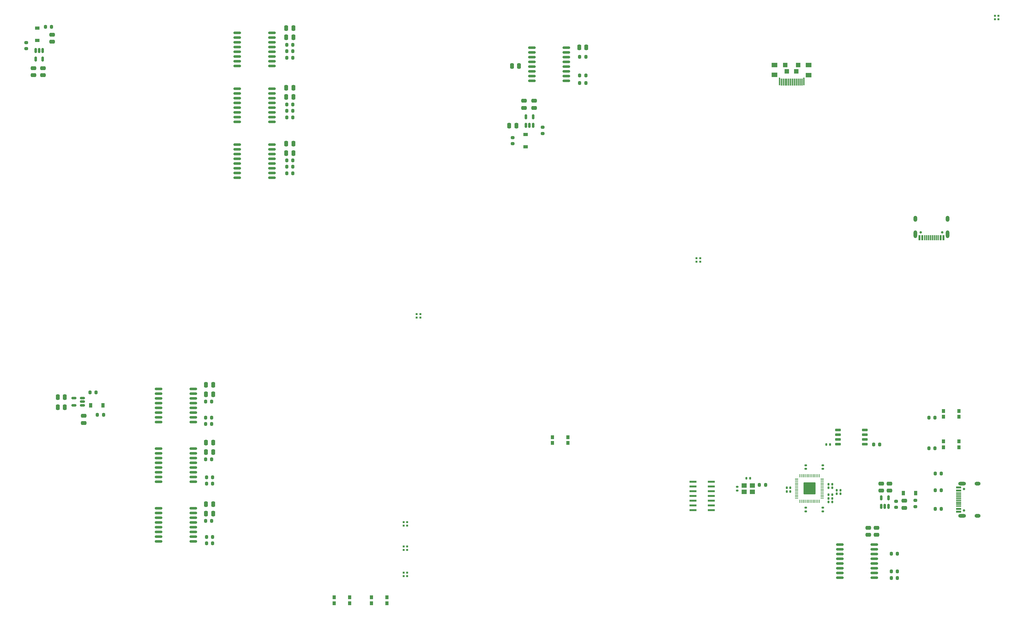
<source format=gts>
%TF.GenerationSoftware,KiCad,Pcbnew,(6.0.4)*%
%TF.CreationDate,2022-05-27T00:32:28-07:00*%
%TF.ProjectId,bot_L,626f745f-4c2e-46b6-9963-61645f706362,rev?*%
%TF.SameCoordinates,Original*%
%TF.FileFunction,Soldermask,Top*%
%TF.FilePolarity,Negative*%
%FSLAX46Y46*%
G04 Gerber Fmt 4.6, Leading zero omitted, Abs format (unit mm)*
G04 Created by KiCad (PCBNEW (6.0.4)) date 2022-05-27 00:32:28*
%MOMM*%
%LPD*%
G01*
G04 APERTURE LIST*
G04 Aperture macros list*
%AMRoundRect*
0 Rectangle with rounded corners*
0 $1 Rounding radius*
0 $2 $3 $4 $5 $6 $7 $8 $9 X,Y pos of 4 corners*
0 Add a 4 corners polygon primitive as box body*
4,1,4,$2,$3,$4,$5,$6,$7,$8,$9,$2,$3,0*
0 Add four circle primitives for the rounded corners*
1,1,$1+$1,$2,$3*
1,1,$1+$1,$4,$5*
1,1,$1+$1,$6,$7*
1,1,$1+$1,$8,$9*
0 Add four rect primitives between the rounded corners*
20,1,$1+$1,$2,$3,$4,$5,0*
20,1,$1+$1,$4,$5,$6,$7,0*
20,1,$1+$1,$6,$7,$8,$9,0*
20,1,$1+$1,$8,$9,$2,$3,0*%
G04 Aperture macros list end*
%ADD10C,0.650000*%
%ADD11R,1.450000X0.600000*%
%ADD12R,1.450000X0.300000*%
%ADD13O,1.600000X1.000000*%
%ADD14O,2.100000X1.000000*%
%ADD15O,1.000000X2.100000*%
%ADD16O,1.000000X1.600000*%
%ADD17R,0.600000X1.450000*%
%ADD18R,0.300000X1.450000*%
%ADD19RoundRect,0.140000X-0.140000X-0.170000X0.140000X-0.170000X0.140000X0.170000X-0.140000X0.170000X0*%
%ADD20R,0.550000X0.550000*%
%ADD21RoundRect,0.250000X0.250000X0.475000X-0.250000X0.475000X-0.250000X-0.475000X0.250000X-0.475000X0*%
%ADD22RoundRect,0.200000X0.200000X0.275000X-0.200000X0.275000X-0.200000X-0.275000X0.200000X-0.275000X0*%
%ADD23RoundRect,0.150000X-0.875000X-0.150000X0.875000X-0.150000X0.875000X0.150000X-0.875000X0.150000X0*%
%ADD24RoundRect,0.140000X-0.170000X0.140000X-0.170000X-0.140000X0.170000X-0.140000X0.170000X0.140000X0*%
%ADD25RoundRect,0.200000X0.275000X-0.200000X0.275000X0.200000X-0.275000X0.200000X-0.275000X-0.200000X0*%
%ADD26RoundRect,0.200000X-0.200000X-0.275000X0.200000X-0.275000X0.200000X0.275000X-0.200000X0.275000X0*%
%ADD27RoundRect,0.150000X0.512500X0.150000X-0.512500X0.150000X-0.512500X-0.150000X0.512500X-0.150000X0*%
%ADD28RoundRect,0.150000X-0.150000X0.512500X-0.150000X-0.512500X0.150000X-0.512500X0.150000X0.512500X0*%
%ADD29R,0.900000X1.000000*%
%ADD30R,0.400000X1.825000*%
%ADD31R,1.200000X1.200000*%
%ADD32R,1.500000X1.200000*%
%ADD33R,0.400000X2.012500*%
%ADD34RoundRect,0.150000X0.150000X-0.512500X0.150000X0.512500X-0.150000X0.512500X-0.150000X-0.512500X0*%
%ADD35RoundRect,0.140000X0.140000X0.170000X-0.140000X0.170000X-0.140000X-0.170000X0.140000X-0.170000X0*%
%ADD36RoundRect,0.140000X0.170000X-0.140000X0.170000X0.140000X-0.170000X0.140000X-0.170000X-0.140000X0*%
%ADD37R,1.981200X0.558800*%
%ADD38RoundRect,0.250000X0.475000X-0.250000X0.475000X0.250000X-0.475000X0.250000X-0.475000X-0.250000X0*%
%ADD39RoundRect,0.250000X-0.250000X-0.475000X0.250000X-0.475000X0.250000X0.475000X-0.250000X0.475000X0*%
%ADD40RoundRect,0.200000X-0.275000X0.200000X-0.275000X-0.200000X0.275000X-0.200000X0.275000X0.200000X0*%
%ADD41R,1.400000X1.200000*%
%ADD42RoundRect,0.150000X0.650000X0.150000X-0.650000X0.150000X-0.650000X-0.150000X0.650000X-0.150000X0*%
%ADD43RoundRect,0.135000X0.135000X0.185000X-0.135000X0.185000X-0.135000X-0.185000X0.135000X-0.185000X0*%
%ADD44RoundRect,0.250000X-0.475000X0.250000X-0.475000X-0.250000X0.475000X-0.250000X0.475000X0.250000X0*%
%ADD45R,0.900000X1.200000*%
%ADD46R,1.200000X0.900000*%
%ADD47RoundRect,0.050000X-0.050000X0.387500X-0.050000X-0.387500X0.050000X-0.387500X0.050000X0.387500X0*%
%ADD48RoundRect,0.050000X-0.387500X0.050000X-0.387500X-0.050000X0.387500X-0.050000X0.387500X0.050000X0*%
%ADD49RoundRect,0.144000X-1.456000X1.456000X-1.456000X-1.456000X1.456000X-1.456000X1.456000X1.456000X0*%
G04 APERTURE END LIST*
D10*
%TO.C,J1*%
X283697038Y-158884520D03*
X283697038Y-164664520D03*
D11*
X282252038Y-165024520D03*
X282252038Y-164224520D03*
D12*
X282252038Y-163024520D03*
X282252038Y-162024520D03*
X282252038Y-161524520D03*
X282252038Y-160524520D03*
D11*
X282252038Y-159324520D03*
X282252038Y-158524520D03*
X282252038Y-158524520D03*
X282252038Y-159324520D03*
D12*
X282252038Y-160024520D03*
X282252038Y-161024520D03*
X282252038Y-162524520D03*
X282252038Y-163524520D03*
D11*
X282252038Y-164224520D03*
X282252038Y-165024520D03*
D13*
X287347038Y-166094520D03*
X287347038Y-157454520D03*
D14*
X283167038Y-157454520D03*
X283167038Y-166094520D03*
%TD*%
D15*
%TO.C,J1*%
X270680000Y-90630000D03*
D16*
X279320000Y-86450000D03*
X270680000Y-86450000D03*
D15*
X279320000Y-90630000D03*
D17*
X278250000Y-91545000D03*
X277450000Y-91545000D03*
D18*
X276750000Y-91545000D03*
X275750000Y-91545000D03*
X274250000Y-91545000D03*
X273250000Y-91545000D03*
D17*
X272550000Y-91545000D03*
X271750000Y-91545000D03*
X271750000Y-91545000D03*
X272550000Y-91545000D03*
D18*
X273750000Y-91545000D03*
X274750000Y-91545000D03*
X275250000Y-91545000D03*
X276250000Y-91545000D03*
D17*
X277450000Y-91545000D03*
X278250000Y-91545000D03*
D10*
X272110000Y-90100000D03*
X277890000Y-90100000D03*
%TD*%
D19*
%TO.C,C7*%
X247417038Y-158624520D03*
X248377038Y-158624520D03*
%TD*%
D20*
%TO.C,D3*%
X212025000Y-97975000D03*
X212975000Y-97975000D03*
X212975000Y-97025000D03*
X212025000Y-97025000D03*
%TD*%
D21*
%TO.C,C6*%
X163700000Y-61500000D03*
X161800000Y-61500000D03*
%TD*%
D22*
%TO.C,R26*%
X82325000Y-173500000D03*
X80675000Y-173500000D03*
%TD*%
D23*
%TO.C,U2*%
X88920118Y-36555000D03*
X88920118Y-37825000D03*
X88920118Y-39095000D03*
X88920118Y-40365000D03*
X88920118Y-41635000D03*
X88920118Y-42905000D03*
X88920118Y-44175000D03*
X88920118Y-45445000D03*
X98220118Y-45445000D03*
X98220118Y-44175000D03*
X98220118Y-42905000D03*
X98220118Y-41635000D03*
X98220118Y-40365000D03*
X98220118Y-39095000D03*
X98220118Y-37825000D03*
X98220118Y-36555000D03*
%TD*%
D24*
%TO.C,C8*%
X245897038Y-163944520D03*
X245897038Y-164904520D03*
%TD*%
D25*
%TO.C,R14*%
X32320118Y-40825000D03*
X32320118Y-39175000D03*
%TD*%
D26*
%TO.C,R15*%
X37495118Y-35000000D03*
X39145118Y-35000000D03*
%TD*%
D27*
%TO.C,U3*%
X47387500Y-136450000D03*
X47387500Y-135500000D03*
X47387500Y-134550000D03*
X45112500Y-134550000D03*
X45112500Y-136450000D03*
%TD*%
D28*
%TO.C,U1*%
X36770118Y-41362500D03*
X35820118Y-41362500D03*
X34870118Y-41362500D03*
X34870118Y-43637500D03*
X36770118Y-43637500D03*
%TD*%
D22*
%TO.C,R2*%
X82325000Y-155750000D03*
X80675000Y-155750000D03*
%TD*%
D26*
%TO.C,R41*%
X264222038Y-176274520D03*
X265872038Y-176274520D03*
%TD*%
%TO.C,R8*%
X275972038Y-154774520D03*
X277622038Y-154774520D03*
%TD*%
D23*
%TO.C,U9*%
X250397038Y-173829520D03*
X250397038Y-175099520D03*
X250397038Y-176369520D03*
X250397038Y-177639520D03*
X250397038Y-178909520D03*
X250397038Y-180179520D03*
X250397038Y-181449520D03*
X250397038Y-182719520D03*
X259697038Y-182719520D03*
X259697038Y-181449520D03*
X259697038Y-180179520D03*
X259697038Y-178909520D03*
X259697038Y-177639520D03*
X259697038Y-176369520D03*
X259697038Y-175099520D03*
X259697038Y-173829520D03*
%TD*%
D29*
%TO.C,SW3*%
X129000000Y-188000000D03*
X124900000Y-188000000D03*
X129000000Y-189600000D03*
X124900000Y-189600000D03*
%TD*%
D19*
%TO.C,C17*%
X247417038Y-161424520D03*
X248377038Y-161424520D03*
%TD*%
D30*
%TO.C,P1*%
X234750000Y-49750000D03*
X236250000Y-49750000D03*
X236750000Y-49750000D03*
X237250000Y-49750000D03*
X237750000Y-49750000D03*
X239250000Y-49750000D03*
X239750000Y-49750000D03*
X240250000Y-49750000D03*
X238750000Y-49750000D03*
X238250000Y-49750000D03*
X235750000Y-49750000D03*
X235250000Y-49750000D03*
D31*
X235750000Y-45200000D03*
D32*
X242050000Y-45250000D03*
D31*
X238750000Y-46950000D03*
X239250000Y-45200000D03*
D33*
X240750000Y-49650000D03*
X234250000Y-49656250D03*
D31*
X236250000Y-46950000D03*
D32*
X232950000Y-47850000D03*
X232950000Y-45200000D03*
X242050000Y-47900000D03*
%TD*%
D22*
%TO.C,R28*%
X230522038Y-157824520D03*
X228872038Y-157824520D03*
%TD*%
D34*
%TO.C,U1*%
X261547038Y-163562020D03*
X262497038Y-163562020D03*
X263447038Y-163562020D03*
X263447038Y-161287020D03*
X261547038Y-161287020D03*
%TD*%
D35*
%TO.C,C1*%
X237177038Y-159624520D03*
X236217038Y-159624520D03*
%TD*%
D36*
%TO.C,C5*%
X241297038Y-153504520D03*
X241297038Y-152544520D03*
%TD*%
D34*
%TO.C,U1*%
X166300000Y-61387500D03*
X167250000Y-61387500D03*
X168200000Y-61387500D03*
X168200000Y-59112500D03*
X166300000Y-59112500D03*
%TD*%
D37*
%TO.C,U8*%
X211083238Y-156964520D03*
X211083238Y-158234520D03*
X211083238Y-159504520D03*
X211083238Y-160774520D03*
X211083238Y-162044520D03*
X211083238Y-163314520D03*
X211083238Y-164584520D03*
X216010838Y-164584520D03*
X216010838Y-163314520D03*
X216010838Y-162044520D03*
X216010838Y-160774520D03*
X216010838Y-159504520D03*
X216010838Y-158234520D03*
X216010838Y-156964520D03*
%TD*%
D22*
%TO.C,R20*%
X82325000Y-157500000D03*
X80675000Y-157500000D03*
%TD*%
D38*
%TO.C,C22*%
X260297038Y-171224520D03*
X260297038Y-169324520D03*
%TD*%
D26*
%TO.C,R22*%
X80425000Y-167500000D03*
X82075000Y-167500000D03*
%TD*%
D39*
%TO.C,C1*%
X80550000Y-146500000D03*
X82450000Y-146500000D03*
%TD*%
D22*
%TO.C,R19*%
X103820118Y-59250000D03*
X102170118Y-59250000D03*
%TD*%
D19*
%TO.C,C16*%
X247417038Y-160424520D03*
X248377038Y-160424520D03*
%TD*%
D39*
%TO.C,C16*%
X102045118Y-37800000D03*
X103945118Y-37800000D03*
%TD*%
D26*
%TO.C,R21*%
X102170118Y-55800000D03*
X103820118Y-55800000D03*
%TD*%
%TO.C,R1*%
X80425000Y-135500000D03*
X82075000Y-135500000D03*
%TD*%
D40*
%TO.C,R2*%
X170750000Y-61925000D03*
X170750000Y-63575000D03*
%TD*%
D26*
%TO.C,R23*%
X49425000Y-133000000D03*
X51075000Y-133000000D03*
%TD*%
D41*
%TO.C,Y1*%
X224797038Y-159674520D03*
X226997038Y-159674520D03*
X226997038Y-157974520D03*
X224797038Y-157974520D03*
%TD*%
D26*
%TO.C,R4*%
X275972038Y-159274520D03*
X277622038Y-159274520D03*
%TD*%
%TO.C,R20*%
X102170118Y-70800000D03*
X103820118Y-70800000D03*
%TD*%
D42*
%TO.C,U2*%
X257097038Y-146929520D03*
X257097038Y-145659520D03*
X257097038Y-144389520D03*
X257097038Y-143119520D03*
X249897038Y-143119520D03*
X249897038Y-144389520D03*
X249897038Y-145659520D03*
X249897038Y-146929520D03*
%TD*%
D23*
%TO.C,U3*%
X88920118Y-66555000D03*
X88920118Y-67825000D03*
X88920118Y-69095000D03*
X88920118Y-70365000D03*
X88920118Y-71635000D03*
X88920118Y-72905000D03*
X88920118Y-74175000D03*
X88920118Y-75445000D03*
X98220118Y-75445000D03*
X98220118Y-74175000D03*
X98220118Y-72905000D03*
X98220118Y-71635000D03*
X98220118Y-70365000D03*
X98220118Y-69095000D03*
X98220118Y-67825000D03*
X98220118Y-66555000D03*
%TD*%
D43*
%TO.C,R7*%
X250607038Y-160224520D03*
X249587038Y-160224520D03*
%TD*%
D25*
%TO.C,R3*%
X162750000Y-66325000D03*
X162750000Y-64675000D03*
%TD*%
D29*
%TO.C,SW4*%
X282347038Y-137974520D03*
X278247038Y-137974520D03*
X278247038Y-139574520D03*
X282347038Y-139574520D03*
%TD*%
D44*
%TO.C,C12*%
X267697038Y-162074520D03*
X267697038Y-163974520D03*
%TD*%
D25*
%TO.C,R1*%
X265497038Y-163849520D03*
X265497038Y-162199520D03*
%TD*%
D44*
%TO.C,C13*%
X34320118Y-46050000D03*
X34320118Y-47950000D03*
%TD*%
%TO.C,C14*%
X36820118Y-46050000D03*
X36820118Y-47950000D03*
%TD*%
D20*
%TO.C,D4*%
X133475000Y-182275000D03*
X134425000Y-182275000D03*
X134425000Y-181325000D03*
X133475000Y-181325000D03*
%TD*%
%TO.C,D3*%
X292025000Y-32975000D03*
X292975000Y-32975000D03*
X292975000Y-32025000D03*
X292025000Y-32025000D03*
%TD*%
D39*
%TO.C,C9*%
X80550000Y-131000000D03*
X82450000Y-131000000D03*
%TD*%
D36*
%TO.C,C4*%
X245897038Y-153504520D03*
X245897038Y-152544520D03*
%TD*%
D45*
%TO.C,D1*%
X49600000Y-136500000D03*
X52900000Y-136500000D03*
%TD*%
D39*
%TO.C,C8*%
X80550000Y-133500000D03*
X82450000Y-133500000D03*
%TD*%
D38*
%TO.C,C11*%
X261497038Y-159374520D03*
X261497038Y-157474520D03*
%TD*%
D35*
%TO.C,C6*%
X237177038Y-158624520D03*
X236217038Y-158624520D03*
%TD*%
D39*
%TO.C,C20*%
X102045118Y-68800000D03*
X103945118Y-68800000D03*
%TD*%
D24*
%TO.C,C3*%
X241297038Y-163944520D03*
X241297038Y-164904520D03*
%TD*%
D26*
%TO.C,R19*%
X274272038Y-147974520D03*
X275922038Y-147974520D03*
%TD*%
D29*
%TO.C,SW5*%
X278247038Y-146174520D03*
X282347038Y-146174520D03*
X278247038Y-147774520D03*
X282347038Y-147774520D03*
%TD*%
D39*
%TO.C,C4*%
X80550000Y-165500000D03*
X82450000Y-165500000D03*
%TD*%
%TO.C,C19*%
X102045118Y-51300000D03*
X103945118Y-51300000D03*
%TD*%
D38*
%TO.C,C5*%
X165750000Y-56700000D03*
X165750000Y-54800000D03*
%TD*%
D39*
%TO.C,C8*%
X180550000Y-40500000D03*
X182450000Y-40500000D03*
%TD*%
D19*
%TO.C,C9*%
X247417038Y-162424520D03*
X248377038Y-162424520D03*
%TD*%
%TO.C,C2*%
X247417038Y-157624520D03*
X248377038Y-157624520D03*
%TD*%
D22*
%TO.C,R19*%
X82325000Y-171750000D03*
X80675000Y-171750000D03*
%TD*%
D35*
%TO.C,C20*%
X226377038Y-156024520D03*
X225417038Y-156024520D03*
%TD*%
D46*
%TO.C,D13*%
X35320118Y-38650000D03*
X35320118Y-35350000D03*
%TD*%
D22*
%TO.C,R42*%
X265872038Y-181024520D03*
X264222038Y-181024520D03*
%TD*%
D23*
%TO.C,U2*%
X67850000Y-148055000D03*
X67850000Y-149325000D03*
X67850000Y-150595000D03*
X67850000Y-151865000D03*
X67850000Y-153135000D03*
X67850000Y-154405000D03*
X67850000Y-155675000D03*
X67850000Y-156945000D03*
X77150000Y-156945000D03*
X77150000Y-155675000D03*
X77150000Y-154405000D03*
X77150000Y-153135000D03*
X77150000Y-151865000D03*
X77150000Y-150595000D03*
X77150000Y-149325000D03*
X77150000Y-148055000D03*
%TD*%
D45*
%TO.C,D1*%
X267447038Y-160024520D03*
X270747038Y-160024520D03*
%TD*%
D20*
%TO.C,D3*%
X133475000Y-175275000D03*
X134425000Y-175275000D03*
X134425000Y-174325000D03*
X133475000Y-174325000D03*
%TD*%
D22*
%TO.C,R24*%
X103820118Y-43250000D03*
X102170118Y-43250000D03*
%TD*%
D21*
%TO.C,C5*%
X42700000Y-137000000D03*
X40800000Y-137000000D03*
%TD*%
D43*
%TO.C,R6*%
X250607038Y-159224520D03*
X249587038Y-159224520D03*
%TD*%
D22*
%TO.C,R24*%
X53075000Y-139000000D03*
X51425000Y-139000000D03*
%TD*%
D39*
%TO.C,C2*%
X80550000Y-149000000D03*
X82450000Y-149000000D03*
%TD*%
D23*
%TO.C,U4*%
X88920118Y-51555000D03*
X88920118Y-52825000D03*
X88920118Y-54095000D03*
X88920118Y-55365000D03*
X88920118Y-56635000D03*
X88920118Y-57905000D03*
X88920118Y-59175000D03*
X88920118Y-60445000D03*
X98220118Y-60445000D03*
X98220118Y-59175000D03*
X98220118Y-57905000D03*
X98220118Y-56635000D03*
X98220118Y-55365000D03*
X98220118Y-54095000D03*
X98220118Y-52825000D03*
X98220118Y-51555000D03*
%TD*%
D38*
%TO.C,C4*%
X168500000Y-56700000D03*
X168500000Y-54800000D03*
%TD*%
D35*
%TO.C,C18*%
X247777038Y-147024520D03*
X246817038Y-147024520D03*
%TD*%
D22*
%TO.C,R25*%
X82075000Y-139750000D03*
X80425000Y-139750000D03*
%TD*%
%TO.C,R6*%
X182325000Y-48000000D03*
X180675000Y-48000000D03*
%TD*%
%TO.C,R18*%
X103820118Y-57500000D03*
X102170118Y-57500000D03*
%TD*%
D26*
%TO.C,R17*%
X102170118Y-39800000D03*
X103820118Y-39800000D03*
%TD*%
D22*
%TO.C,R23*%
X103820118Y-41500000D03*
X102170118Y-41500000D03*
%TD*%
D38*
%TO.C,C21*%
X258047038Y-171224520D03*
X258047038Y-169324520D03*
%TD*%
D39*
%TO.C,C18*%
X102045118Y-53800000D03*
X103945118Y-53800000D03*
%TD*%
D26*
%TO.C,R10*%
X274272038Y-139774520D03*
X275922038Y-139774520D03*
%TD*%
%TO.C,R5*%
X180675000Y-43000000D03*
X182325000Y-43000000D03*
%TD*%
%TO.C,R18*%
X80425000Y-151000000D03*
X82075000Y-151000000D03*
%TD*%
D22*
%TO.C,R22*%
X103820118Y-72500000D03*
X102170118Y-72500000D03*
%TD*%
%TO.C,R3*%
X82075000Y-141500000D03*
X80425000Y-141500000D03*
%TD*%
D21*
%TO.C,C6*%
X42700000Y-134250000D03*
X40800000Y-134250000D03*
%TD*%
D44*
%TO.C,C7*%
X47750000Y-139300000D03*
X47750000Y-141200000D03*
%TD*%
D38*
%TO.C,C10*%
X263697038Y-159374520D03*
X263697038Y-157474520D03*
%TD*%
D46*
%TO.C,D4*%
X166200000Y-63850000D03*
X166200000Y-67150000D03*
%TD*%
D29*
%TO.C,SW2*%
X119000000Y-188000000D03*
X114900000Y-188000000D03*
X114900000Y-189600000D03*
X119000000Y-189600000D03*
%TD*%
D38*
%TO.C,C15*%
X39320118Y-38950000D03*
X39320118Y-37050000D03*
%TD*%
D22*
%TO.C,R25*%
X103820118Y-74250000D03*
X102170118Y-74250000D03*
%TD*%
D39*
%TO.C,C3*%
X80550000Y-163000000D03*
X82450000Y-163000000D03*
%TD*%
D21*
%TO.C,C7*%
X164450000Y-45500000D03*
X162550000Y-45500000D03*
%TD*%
D22*
%TO.C,R43*%
X265872038Y-182774520D03*
X264222038Y-182774520D03*
%TD*%
D40*
%TO.C,R2*%
X270697038Y-161999520D03*
X270697038Y-163649520D03*
%TD*%
D26*
%TO.C,R3*%
X275972038Y-164274520D03*
X277622038Y-164274520D03*
%TD*%
D22*
%TO.C,R9*%
X261122038Y-147024520D03*
X259472038Y-147024520D03*
%TD*%
D36*
%TO.C,C19*%
X222897038Y-159304520D03*
X222897038Y-158344520D03*
%TD*%
D29*
%TO.C,SW1*%
X177500000Y-145000000D03*
X173400000Y-145000000D03*
X173400000Y-146600000D03*
X177500000Y-146600000D03*
%TD*%
D20*
%TO.C,D3*%
X137025000Y-112975000D03*
X137975000Y-112975000D03*
X137975000Y-112025000D03*
X137025000Y-112025000D03*
%TD*%
D23*
%TO.C,U4*%
X67850000Y-164055000D03*
X67850000Y-165325000D03*
X67850000Y-166595000D03*
X67850000Y-167865000D03*
X67850000Y-169135000D03*
X67850000Y-170405000D03*
X67850000Y-171675000D03*
X67850000Y-172945000D03*
X77150000Y-172945000D03*
X77150000Y-171675000D03*
X77150000Y-170405000D03*
X77150000Y-169135000D03*
X77150000Y-167865000D03*
X77150000Y-166595000D03*
X77150000Y-165325000D03*
X77150000Y-164055000D03*
%TD*%
%TO.C,U1*%
X67850000Y-132055000D03*
X67850000Y-133325000D03*
X67850000Y-134595000D03*
X67850000Y-135865000D03*
X67850000Y-137135000D03*
X67850000Y-138405000D03*
X67850000Y-139675000D03*
X67850000Y-140945000D03*
X77150000Y-140945000D03*
X77150000Y-139675000D03*
X77150000Y-138405000D03*
X77150000Y-137135000D03*
X77150000Y-135865000D03*
X77150000Y-134595000D03*
X77150000Y-133325000D03*
X77150000Y-132055000D03*
%TD*%
D22*
%TO.C,R7*%
X182325000Y-50000000D03*
X180675000Y-50000000D03*
%TD*%
D39*
%TO.C,C17*%
X102045118Y-35300000D03*
X103945118Y-35300000D03*
%TD*%
D20*
%TO.C,D2*%
X133475000Y-168775000D03*
X134425000Y-168775000D03*
X134425000Y-167825000D03*
X133475000Y-167825000D03*
%TD*%
D23*
%TO.C,U2*%
X167850000Y-40555000D03*
X167850000Y-41825000D03*
X167850000Y-43095000D03*
X167850000Y-44365000D03*
X167850000Y-45635000D03*
X167850000Y-46905000D03*
X167850000Y-48175000D03*
X167850000Y-49445000D03*
X177150000Y-49445000D03*
X177150000Y-48175000D03*
X177150000Y-46905000D03*
X177150000Y-45635000D03*
X177150000Y-44365000D03*
X177150000Y-43095000D03*
X177150000Y-41825000D03*
X177150000Y-40555000D03*
%TD*%
D39*
%TO.C,C21*%
X102045118Y-66300000D03*
X103945118Y-66300000D03*
%TD*%
D47*
%TO.C,U3*%
X244897038Y-155337020D03*
X244497038Y-155337020D03*
X244097038Y-155337020D03*
X243697038Y-155337020D03*
X243297038Y-155337020D03*
X242897038Y-155337020D03*
X242497038Y-155337020D03*
X242097038Y-155337020D03*
X241697038Y-155337020D03*
X241297038Y-155337020D03*
X240897038Y-155337020D03*
X240497038Y-155337020D03*
X240097038Y-155337020D03*
X239697038Y-155337020D03*
D48*
X238859538Y-156174520D03*
X238859538Y-156574520D03*
X238859538Y-156974520D03*
X238859538Y-157374520D03*
X238859538Y-157774520D03*
X238859538Y-158174520D03*
X238859538Y-158574520D03*
X238859538Y-158974520D03*
X238859538Y-159374520D03*
X238859538Y-159774520D03*
X238859538Y-160174520D03*
X238859538Y-160574520D03*
X238859538Y-160974520D03*
X238859538Y-161374520D03*
D47*
X239697038Y-162212020D03*
X240097038Y-162212020D03*
X240497038Y-162212020D03*
X240897038Y-162212020D03*
X241297038Y-162212020D03*
X241697038Y-162212020D03*
X242097038Y-162212020D03*
X242497038Y-162212020D03*
X242897038Y-162212020D03*
X243297038Y-162212020D03*
X243697038Y-162212020D03*
X244097038Y-162212020D03*
X244497038Y-162212020D03*
X244897038Y-162212020D03*
D48*
X245734538Y-161374520D03*
X245734538Y-160974520D03*
X245734538Y-160574520D03*
X245734538Y-160174520D03*
X245734538Y-159774520D03*
X245734538Y-159374520D03*
X245734538Y-158974520D03*
X245734538Y-158574520D03*
X245734538Y-158174520D03*
X245734538Y-157774520D03*
X245734538Y-157374520D03*
X245734538Y-156974520D03*
X245734538Y-156574520D03*
X245734538Y-156174520D03*
D49*
X242297038Y-158774520D03*
%TD*%
M02*

</source>
